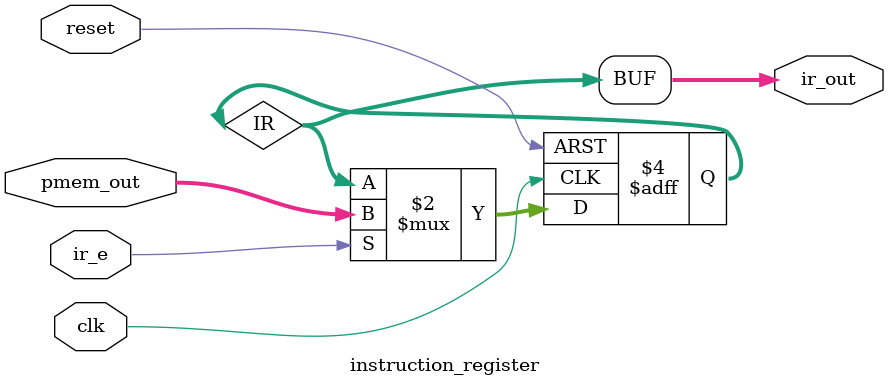
<source format=v>
`timescale 1ns / 1ps


module instruction_register (
    input wire clk,
    input wire reset,
    input wire ir_e,
    input wire [11:0] pmem_out,
    output wire [11:0] ir_out
);

    reg [11:0] IR;

    always @(posedge clk or posedge reset) begin
        if (reset) begin
            IR <= 12'b0;
        end else if (ir_e) begin
            IR <= pmem_out;
        end
    end

    assign ir_out = IR;

endmodule


</source>
